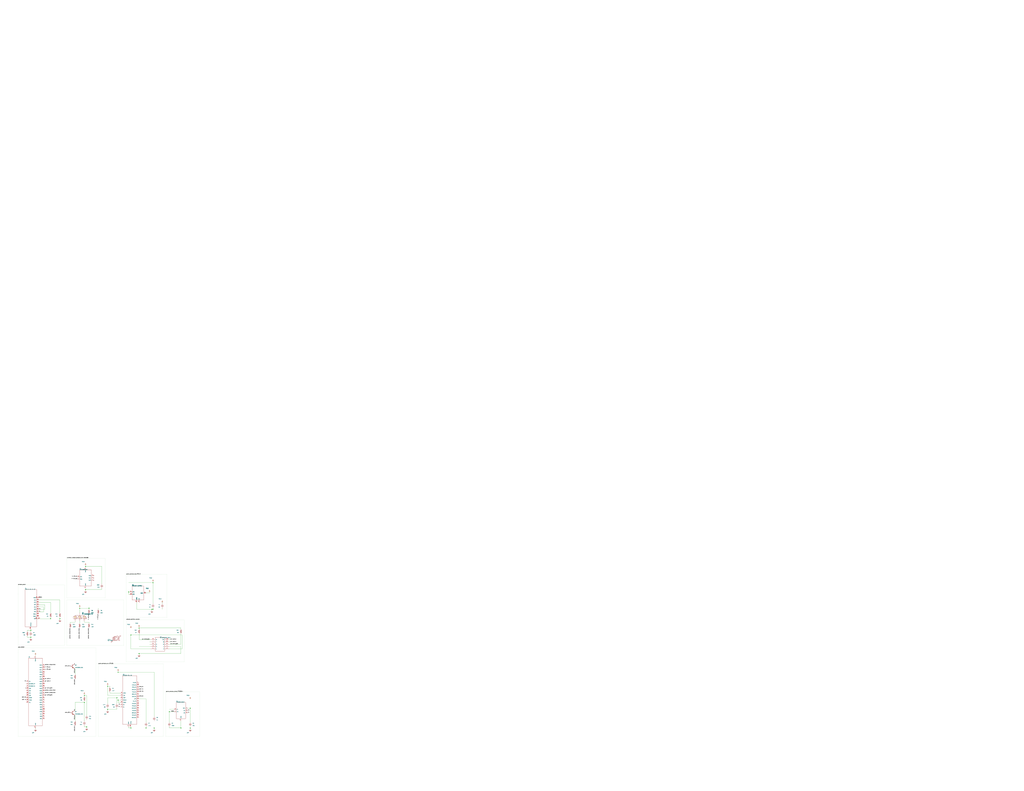
<source format=kicad_sch>
(kicad_sch (version 20230121) (generator jitx)
  (paper "E")
  (title_block (title "") (date "") (rev "") (company "") (comment 1 "") (comment 2 "") (comment 3 "") (comment 4 ""))
  (wire (pts (xy 164.465 708.66) (xy 163.195 708.66)) (stroke (width 0.127)))
  (wire (pts (xy 184.785 708.66) (xy 186.055 708.66)) (stroke (width 0.127)))
  (wire (pts (xy 164.465 706.12) (xy 163.195 706.12)) (stroke (width 0.127)))
  (wire (pts (xy 184.785 706.12) (xy 186.055 706.12)) (stroke (width 0.127)))
  (wire (pts (xy 164.465 703.58) (xy 163.195 703.58)) (stroke (width 0.127)))
  (wire (pts (xy 184.785 703.58) (xy 186.055 703.58)) (stroke (width 0.127)))
  (wire (pts (xy 164.465 701.04) (xy 163.195 701.04)) (stroke (width 0.127)))
  (wire (pts (xy 184.785 701.04) (xy 186.055 701.04)) (stroke (width 0.127)))
  (wire (pts (xy 164.465 698.5) (xy 163.195 698.5)) (stroke (width 0.127)))
  (wire (pts (xy 184.785 698.5) (xy 186.055 698.5)) (stroke (width 0.127)))
  (wire (pts (xy 86.995 669.29) (xy 86.995 668.02)) (stroke (width 0.127)))
  (wire (pts (xy 38.735 716.28) (xy 38.735 715.01)) (stroke (width 0.127)))
  (wire (pts (xy 38.735 796.29) (xy 38.735 795.02)) (stroke (width 0.127)))
  (wire (pts (xy 92.075 759.46) (xy 94.615 759.46)) (stroke (width 0.127)))
  (wire (pts (xy 92.075 760.73) (xy 92.075 758.19)) (stroke (width 0.127)))
  (wire (pts (xy 94.615 781.05) (xy 94.615 759.46)) (stroke (width 0.127)))
  (wire (pts (xy 92.075 793.75) (xy 94.615 793.75)) (stroke (width 0.127)))
  (wire (pts (xy 94.615 795.02) (xy 94.615 786.13)) (stroke (width 0.127)))
  (wire (pts (xy 92.075 793.75) (xy 92.075 792.48)) (stroke (width 0.127)))
  (wire (pts (xy 81.915 767.08) (xy 92.075 767.08)) (stroke (width 0.127)))
  (wire (pts (xy 81.915 775.97) (xy 81.915 767.08)) (stroke (width 0.127)))
  (wire (pts (xy 92.075 787.4) (xy 92.075 765.81)) (stroke (width 0.127)))
  (wire (pts (xy 81.915 787.4) (xy 81.915 781.05)) (stroke (width 0.127)))
  (wire (pts (xy 81.915 736.6) (xy 81.915 730.25)) (stroke (width 0.127)))
  (wire (pts (xy 120.015 756.92) (xy 131.445 756.92)) (stroke (width 0.127)))
  (wire (pts (xy 120.015 756.92) (xy 120.015 755.65)) (stroke (width 0.127)))
  (wire (pts (xy 117.475 749.3) (xy 120.015 749.3)) (stroke (width 0.127)))
  (wire (pts (xy 117.475 759.46) (xy 131.445 759.46)) (stroke (width 0.127)))
  (wire (pts (xy 117.475 759.46) (xy 117.475 748.03)) (stroke (width 0.127)))
  (wire (pts (xy 120.015 750.57) (xy 120.015 749.3)) (stroke (width 0.127)))
  (wire (pts (xy 128.905 734.06) (xy 168.275 734.06)) (stroke (width 0.127)))
  (wire (pts (xy 128.905 764.54) (xy 131.445 764.54)) (stroke (width 0.127)))
  (wire (pts (xy 128.905 767.08) (xy 131.445 767.08)) (stroke (width 0.127)))
  (wire (pts (xy 168.275 782.32) (xy 168.275 734.06)) (stroke (width 0.127)))
  (wire (pts (xy 128.905 767.08) (xy 128.905 732.79)) (stroke (width 0.127)))
  (wire (pts (xy 140.335 795.02) (xy 168.275 795.02)) (stroke (width 0.127)))
  (wire (pts (xy 168.275 796.29) (xy 168.275 787.4)) (stroke (width 0.127)))
  (wire (pts (xy 159.385 795.02) (xy 159.385 793.75)) (stroke (width 0.127)))
  (wire (pts (xy 142.875 795.02) (xy 142.875 793.75)) (stroke (width 0.127)))
  (wire (pts (xy 140.335 795.02) (xy 140.335 793.75)) (stroke (width 0.127)))
  (wire (pts (xy 117.475 774.7) (xy 127.635 774.7)) (stroke (width 0.127)))
  (wire (pts (xy 117.475 775.97) (xy 117.475 773.43)) (stroke (width 0.127)))
  (wire (pts (xy 127.635 774.7) (xy 127.635 773.43)) (stroke (width 0.127)))
  (wire (pts (xy 151.765 763.27) (xy 159.385 763.27)) (stroke (width 0.127)))
  (wire (pts (xy 159.385 788.67) (xy 159.385 763.27)) (stroke (width 0.127)))
  (wire (pts (xy 117.475 762.0) (xy 131.445 762.0)) (stroke (width 0.127)))
  (wire (pts (xy 117.475 768.35) (xy 117.475 762.0)) (stroke (width 0.127)))
  (wire (pts (xy 127.635 768.35) (xy 127.635 762.0)) (stroke (width 0.127)))
  (wire (pts (xy 42.545 662.94) (xy 47.625 662.94)) (stroke (width 0.127)))
  (wire (pts (xy 42.545 668.02) (xy 47.625 668.02)) (stroke (width 0.127)))
  (wire (pts (xy 47.625 668.02) (xy 47.625 662.94)) (stroke (width 0.127)))
  (wire (pts (xy 42.545 660.4) (xy 48.895 660.4)) (stroke (width 0.127)))
  (wire (pts (xy 42.545 665.48) (xy 48.895 665.48)) (stroke (width 0.127)))
  (wire (pts (xy 48.895 665.48) (xy 48.895 660.4)) (stroke (width 0.127)))
  (wire (pts (xy 29.845 688.34) (xy 33.655 688.34)) (stroke (width 0.127)))
  (wire (pts (xy 33.655 689.61) (xy 33.655 687.07)) (stroke (width 0.127)))
  (wire (pts (xy 29.845 689.61) (xy 29.845 688.34)) (stroke (width 0.127)))
  (wire (pts (xy 42.545 655.32) (xy 65.405 655.32)) (stroke (width 0.127)))
  (wire (pts (xy 65.405 669.29) (xy 65.405 655.32)) (stroke (width 0.127)))
  (wire (pts (xy 42.545 675.64) (xy 65.405 675.64)) (stroke (width 0.127)))
  (wire (pts (xy 65.405 676.91) (xy 65.405 674.37)) (stroke (width 0.127)))
  (wire (pts (xy 55.245 675.64) (xy 55.245 674.37)) (stroke (width 0.127)))
  (wire (pts (xy 29.845 695.96) (xy 33.655 695.96)) (stroke (width 0.127)))
  (wire (pts (xy 33.655 697.23) (xy 33.655 694.69)) (stroke (width 0.127)))
  (wire (pts (xy 29.845 695.96) (xy 29.845 694.69)) (stroke (width 0.127)))
  (wire (pts (xy 42.545 657.86) (xy 55.245 657.86)) (stroke (width 0.127)))
  (wire (pts (xy 55.245 669.29) (xy 55.245 657.86)) (stroke (width 0.127)))
  (wire (pts (xy 86.995 664.21) (xy 107.315 664.21)) (stroke (width 0.127)))
  (wire (pts (xy 86.995 668.02) (xy 86.995 662.94)) (stroke (width 0.127)))
  (wire (pts (xy 107.315 665.48) (xy 107.315 664.21)) (stroke (width 0.127)))
  (wire (pts (xy 97.155 665.48) (xy 97.155 664.21)) (stroke (width 0.127)))
  (wire (pts (xy 86.995 680.72) (xy 86.995 678.18)) (stroke (width 0.127)))
  (wire (pts (xy 92.075 679.45) (xy 97.155 679.45)) (stroke (width 0.127)))
  (wire (pts (xy 97.155 680.72) (xy 97.155 679.45)) (stroke (width 0.127)))
  (wire (pts (xy 92.075 679.45) (xy 92.075 678.18)) (stroke (width 0.127)))
  (wire (pts (xy 76.835 679.45) (xy 81.915 679.45)) (stroke (width 0.127)))
  (wire (pts (xy 81.915 679.45) (xy 81.915 678.18)) (stroke (width 0.127)))
  (wire (pts (xy 76.835 680.72) (xy 76.835 679.45)) (stroke (width 0.127)))
  (wire (pts (xy 151.765 698.5) (xy 163.195 698.5)) (stroke (width 0.127)))
  (wire (pts (xy 151.765 698.5) (xy 151.765 692.15)) (stroke (width 0.127)))
  (wire (pts (xy 186.055 703.58) (xy 197.485 703.58)) (stroke (width 0.127)))
  (wire (pts (xy 197.485 703.58) (xy 197.485 692.15)) (stroke (width 0.127)))
  (wire (pts (xy 151.765 685.8) (xy 197.485 685.8)) (stroke (width 0.127)))
  (wire (pts (xy 197.485 687.07) (xy 197.485 685.8)) (stroke (width 0.127)))
  (wire (pts (xy 151.765 687.07) (xy 151.765 684.53)) (stroke (width 0.127)))
  (wire (pts (xy 186.055 708.66) (xy 198.755 708.66)) (stroke (width 0.127)))
  (wire (pts (xy 142.875 708.66) (xy 163.195 708.66)) (stroke (width 0.127)))
  (wire (pts (xy 142.875 693.42) (xy 198.755 693.42)) (stroke (width 0.127)))
  (wire (pts (xy 198.755 708.66) (xy 198.755 693.42)) (stroke (width 0.127)))
  (wire (pts (xy 142.875 708.66) (xy 142.875 685.8)) (stroke (width 0.127)))
  (wire (pts (xy 186.055 706.12) (xy 197.485 706.12)) (stroke (width 0.127)))
  (wire (pts (xy 151.765 706.12) (xy 163.195 706.12)) (stroke (width 0.127)))
  (wire (pts (xy 151.765 713.74) (xy 197.485 713.74)) (stroke (width 0.127)))
  (wire (pts (xy 151.765 715.01) (xy 151.765 706.12)) (stroke (width 0.127)))
  (wire (pts (xy 197.485 713.74) (xy 197.485 706.12)) (stroke (width 0.127)))
  (wire (pts (xy 177.165 659.13) (xy 177.165 657.86)) (stroke (width 0.127)))
  (wire (pts (xy 159.385 647.7) (xy 163.195 647.7)) (stroke (width 0.127)))
  (wire (pts (xy 163.195 647.7) (xy 163.195 646.43)) (stroke (width 0.127)))
  (wire (pts (xy 140.335 636.27) (xy 167.005 636.27)) (stroke (width 0.127)))
  (wire (pts (xy 140.335 646.43) (xy 141.605 646.43)) (stroke (width 0.127)))
  (wire (pts (xy 140.335 648.97) (xy 141.605 648.97)) (stroke (width 0.127)))
  (wire (pts (xy 167.005 659.13) (xy 167.005 635.0)) (stroke (width 0.127)))
  (wire (pts (xy 140.335 648.97) (xy 140.335 636.27)) (stroke (width 0.127)))
  (wire (pts (xy 149.225 665.48) (xy 177.165 665.48)) (stroke (width 0.127)))
  (wire (pts (xy 149.225 665.48) (xy 149.225 657.86)) (stroke (width 0.127)))
  (wire (pts (xy 165.735 666.75) (xy 165.735 665.48)) (stroke (width 0.127)))
  (wire (pts (xy 177.165 665.48) (xy 177.165 664.21)) (stroke (width 0.127)))
  (wire (pts (xy 167.005 665.48) (xy 167.005 664.21)) (stroke (width 0.127)))
  (wire (pts (xy 93.345 618.49) (xy 111.125 618.49)) (stroke (width 0.127)))
  (wire (pts (xy 111.125 637.54) (xy 111.125 618.49)) (stroke (width 0.127)))
  (wire (pts (xy 93.345 619.76) (xy 93.345 617.22)) (stroke (width 0.127)))
  (wire (pts (xy 93.345 643.89) (xy 111.125 643.89)) (stroke (width 0.127)))
  (wire (pts (xy 93.345 645.16) (xy 93.345 642.62)) (stroke (width 0.127)))
  (wire (pts (xy 111.125 643.89) (xy 111.125 642.62)) (stroke (width 0.127)))
  (wire (pts (xy 184.785 774.7) (xy 189.865 774.7)) (stroke (width 0.127)))
  (wire (pts (xy 184.785 777.24) (xy 189.865 777.24)) (stroke (width 0.127)))
  (wire (pts (xy 184.785 788.67) (xy 184.785 774.7)) (stroke (width 0.127)))
  (wire (pts (xy 205.105 773.43) (xy 207.645 773.43)) (stroke (width 0.127)))
  (wire (pts (xy 207.645 788.67) (xy 207.645 763.27)) (stroke (width 0.127)))
  (wire (pts (xy 184.785 795.02) (xy 207.645 795.02)) (stroke (width 0.127)))
  (wire (pts (xy 197.485 795.02) (xy 197.485 787.4)) (stroke (width 0.127)))
  (wire (pts (xy 207.645 796.29) (xy 207.645 793.75)) (stroke (width 0.127)))
  (wire (pts (xy 184.785 795.02) (xy 184.785 793.75)) (stroke (width 0.127)))
  (wire (pts (xy 19.685 707.39) (xy 104.775 707.39)) (stroke (width 0.127) (type dot)))
  (wire (pts (xy 19.685 803.91) (xy 104.775 803.91)) (stroke (width 0.127) (type dot)))
  (wire (pts (xy 19.685 803.91) (xy 19.685 707.39)) (stroke (width 0.127) (type dot)))
  (wire (pts (xy 104.775 803.91) (xy 104.775 707.39)) (stroke (width 0.127) (type dot)))
  (wire (pts (xy 107.315 725.17) (xy 178.435 725.17)) (stroke (width 0.127) (type dot)))
  (wire (pts (xy 107.315 803.91) (xy 178.435 803.91)) (stroke (width 0.127) (type dot)))
  (wire (pts (xy 107.315 803.91) (xy 107.315 725.17)) (stroke (width 0.127) (type dot)))
  (wire (pts (xy 178.435 803.91) (xy 178.435 725.17)) (stroke (width 0.127) (type dot)))
  (wire (pts (xy 19.685 638.81) (xy 70.485 638.81)) (stroke (width 0.127) (type dot)))
  (wire (pts (xy 19.685 704.85) (xy 70.485 704.85)) (stroke (width 0.127) (type dot)))
  (wire (pts (xy 19.685 704.85) (xy 19.685 638.81)) (stroke (width 0.127) (type dot)))
  (wire (pts (xy 70.485 704.85) (xy 70.485 638.81)) (stroke (width 0.127) (type dot)))
  (wire (pts (xy 73.025 655.32) (xy 135.255 655.32)) (stroke (width 0.127) (type dot)))
  (wire (pts (xy 73.025 704.85) (xy 135.255 704.85)) (stroke (width 0.127) (type dot)))
  (wire (pts (xy 73.025 704.85) (xy 73.025 655.32)) (stroke (width 0.127) (type dot)))
  (wire (pts (xy 135.255 704.85) (xy 135.255 655.32)) (stroke (width 0.127) (type dot)))
  (wire (pts (xy 137.795 676.91) (xy 201.295 676.91)) (stroke (width 0.127) (type dot)))
  (wire (pts (xy 137.795 722.63) (xy 201.295 722.63)) (stroke (width 0.127) (type dot)))
  (wire (pts (xy 137.795 722.63) (xy 137.795 676.91)) (stroke (width 0.127) (type dot)))
  (wire (pts (xy 201.295 722.63) (xy 201.295 676.91)) (stroke (width 0.127) (type dot)))
  (wire (pts (xy 137.795 627.38) (xy 182.245 627.38)) (stroke (width 0.127) (type dot)))
  (wire (pts (xy 137.795 674.37) (xy 182.245 674.37)) (stroke (width 0.127) (type dot)))
  (wire (pts (xy 137.795 674.37) (xy 137.795 627.38)) (stroke (width 0.127) (type dot)))
  (wire (pts (xy 182.245 674.37) (xy 182.245 627.38)) (stroke (width 0.127) (type dot)))
  (wire (pts (xy 73.025 609.6) (xy 114.935 609.6)) (stroke (width 0.127) (type dot)))
  (wire (pts (xy 73.025 652.78) (xy 114.935 652.78)) (stroke (width 0.127) (type dot)))
  (wire (pts (xy 73.025 652.78) (xy 73.025 609.6)) (stroke (width 0.127) (type dot)))
  (wire (pts (xy 114.935 652.78) (xy 114.935 609.6)) (stroke (width 0.127) (type dot)))
  (wire (pts (xy 180.975 755.65) (xy 217.805 755.65)) (stroke (width 0.127) (type dot)))
  (wire (pts (xy 180.975 803.91) (xy 217.805 803.91)) (stroke (width 0.127) (type dot)))
  (wire (pts (xy 180.975 803.91) (xy 180.975 755.65)) (stroke (width 0.127) (type dot)))
  (wire (pts (xy 217.805 803.91) (xy 217.805 755.65)) (stroke (width 0.127) (type dot)))
  (junction (at 92.075 759.46) (diameter 0.762))
  (junction (at 94.615 793.75) (diameter 0.762))
  (junction (at 92.075 767.08) (diameter 0.762))
  (junction (at 117.475 749.3) (diameter 0.762))
  (junction (at 128.905 734.06) (diameter 0.762))
  (junction (at 128.905 764.54) (diameter 0.762))
  (junction (at 168.275 795.02) (diameter 0.762))
  (junction (at 159.385 795.02) (diameter 0.762))
  (junction (at 142.875 795.02) (diameter 0.762))
  (junction (at 117.475 774.7) (diameter 0.762))
  (junction (at 127.635 762.0) (diameter 0.762))
  (junction (at 33.655 688.34) (diameter 0.762))
  (junction (at 65.405 675.64) (diameter 0.762))
  (junction (at 55.245 675.64) (diameter 0.762))
  (junction (at 33.655 695.96) (diameter 0.762))
  (junction (at 86.995 664.21) (diameter 0.762))
  (junction (at 97.155 664.21) (diameter 0.762))
  (junction (at 151.765 685.8) (diameter 0.762))
  (junction (at 142.875 693.42) (diameter 0.762))
  (junction (at 151.765 713.74) (diameter 0.762))
  (junction (at 167.005 636.27) (diameter 0.762))
  (junction (at 140.335 646.43) (diameter 0.762))
  (junction (at 165.735 665.48) (diameter 0.762))
  (junction (at 167.005 665.48) (diameter 0.762))
  (junction (at 93.345 618.49) (diameter 0.762))
  (junction (at 93.345 643.89) (diameter 0.762))
  (junction (at 184.785 777.24) (diameter 0.762))
  (junction (at 207.645 773.43) (diameter 0.762))
  (junction (at 197.485 795.02) (diameter 0.762))
  (junction (at 207.645 795.02) (diameter 0.762))
  (label "control-pins1_timer" (at 48.895 754.38 0) (effects (font (size 0.762 0.762))))
  (label "H-I2C_sda" (at 48.895 731.52 0) (effects (font (size 0.762 0.762))))
  (label "control-pins2_timer" (at 48.895 726.44 0) (effects (font (size 0.762 0.762))))
  (label "H-I2C_scl" (at 48.895 728.98 0) (effects (font (size 0.762 0.762))))
  (label "ESP-TX" (at 28.575 764.54 180) (effects (font (size 0.762 0.762))))
  (label "pc-ctrl0_gpio" (at 48.895 759.46 0) (effects (font (size 0.762 0.762))))
  (label "ESP-RX" (at 28.575 762.0 180) (effects (font (size 0.762 0.762))))
  (label "pc-ctrl1_gpio" (at 48.895 751.84 0) (effects (font (size 0.762 0.762))))
  (label "c" (at 28.575 751.84 180) (effects (font (size 0.762 0.762))))
  (label "EN" (at 28.575 744.22 180) (effects (font (size 0.762 0.762))))
  (label "control-pins0_timer" (at 48.895 756.92 0) (effects (font (size 0.762 0.762))))
  (label "pc-uart_tx" (at 48.895 741.68 0) (effects (font (size 0.762 0.762))))
  (label "pc-uart_rx" (at 48.895 744.22 0) (effects (font (size 0.762 0.762))))
  (label "EN" (at 81.915 775.97 90) (effects (font (size 0.762 0.762))))
  (label "proc_q1_b" (at 81.915 792.48 270) (effects (font (size 0.762 0.762))))
  (label "RTS_ECI" (at 81.915 781.05 270) (effects (font (size 0.762 0.762))))
  (label "proc_q0_b" (at 76.835 778.51 180) (effects (font (size 0.762 0.762))))
  (label "c" (at 81.915 725.17 90) (effects (font (size 0.762 0.762))))
  (label "proc_q0_b" (at 81.915 741.68 270) (effects (font (size 0.762 0.762))))
  (label "DTR_ECI" (at 81.915 730.25 270) (effects (font (size 0.762 0.762))))
  (label "proc_q1_b" (at 76.835 727.71 180) (effects (font (size 0.762 0.762))))
  (label "ESP-RX" (at 151.765 755.65 0) (effects (font (size 0.762 0.762))))
  (label "D+" (at 131.445 769.62 180) (effects (font (size 0.762 0.762))))
  (label "D-" (at 131.445 772.16 180) (effects (font (size 0.762 0.762))))
  (label "RTS_ECI" (at 151.765 750.57 0) (effects (font (size 0.762 0.762))))
  (label "DTR_ECI" (at 151.765 760.73 0) (effects (font (size 0.762 0.762))))
  (label "ESP-TX" (at 151.765 753.11 0) (effects (font (size 0.762 0.762))))
  (label "D-" (at 42.545 668.02 0) (effects (font (size 0.762 0.762))))
  (label "VBUS" (at 42.545 652.78 0) (effects (font (size 0.762 0.762))))
  (label "D+" (at 42.545 665.48 0) (effects (font (size 0.762 0.762))))
  (label "control-pins2_timer" (at 97.155 685.8 270) (effects (font (size 0.762 0.762))))
  (label "control-pins1_timer" (at 86.995 685.8 270) (effects (font (size 0.762 0.762))))
  (label "control-pins0_timer" (at 76.835 685.8 270) (effects (font (size 0.762 0.762))))
  (label "H-I2C_sda" (at 97.155 670.56 270) (effects (font (size 0.762 0.762))))
  (label "H-I2C_scl" (at 107.315 670.56 270) (effects (font (size 0.762 0.762))))
  (label "pc-ctrl0_gpio" (at 163.195 698.5 180) (effects (font (size 0.762 0.762))))
  (label "pc-uart_tx" (at 186.055 698.5 0) (effects (font (size 0.762 0.762))))
  (label "pc-uart_rx" (at 186.055 701.04 0) (effects (font (size 0.762 0.762))))
  (label "pc-ctrl1_gpio" (at 186.055 703.58 0) (effects (font (size 0.762 0.762))))
  (label "H-I2C_sda" (at 84.455 632.46 180) (effects (font (size 0.762 0.762))))
  (label "H-I2C_scl" (at 84.455 629.92 180) (effects (font (size 0.762 0.762))))
  (label "D-" (at 205.105 778.51 0) (effects (font (size 0.762 0.762))))
  (label "VBUS" (at 189.865 777.24 180) (effects (font (size 0.762 0.762))))
  (label "D+" (at 205.105 775.97 0) (effects (font (size 0.762 0.762))))
  (label "proc_ESP32" (at 19.685 707.39 0) (effects (font (size 0.762 0.762))))
  (label "power_sensors_xcvr_CP2105" (at 107.315 725.17 0) (effects (font (size 0.762 0.762))))
  (label "sensors_power" (at 19.685 638.81 0) (effects (font (size 0.762 0.762))))
  (label "sensors_particle-counter" (at 137.795 676.91 0) (effects (font (size 0.762 0.762))))
  (label "power_sensors_ldo_AP2112" (at 137.795 627.38 0) (effects (font (size 0.762 0.762))))
  (label "humidity-sensor_sensors_hum_HDC1080" (at 73.025 609.6 0) (effects (font (size 0.762 0.762))))
  (label "power_sensors_clamp_TPD3S0x4" (at 180.975 755.65 0) (effects (font (size 0.762 0.762))))
  (symbol (lib_id "my_resistor_2") (at 92.075 763.27 180.0) (unit 1)
    (property "Reference" "R9" (at 89.535 764.54 0.0) (effects (font (size 0.762 0.762)) (justify left)))
    (property "Value" "10K" (at 89.535 762.0 0.0) (effects (font (size 0.762 0.762)) (justify left)))
    (property "Footprint" "ble-mote:Pkg0402_4" (effects hide))
    (property "Name" "proc_en-r" (effects hide))
    (property "Description" "RES SMD 10K OHM 5% 1/16W 0402" (effects hide))
    (property "Manufacturer" "YAGEO" (effects hide))
    (property "MPN" "RC0402JR-0710KL" (effects hide))
    (property "Reference-prefix" "R" (effects hide))
  )
  (symbol (lib_id "component_3") (at 93.345 631.19 0.0) (unit 1)
    (property "Reference" "U4" (at 86.995 620.938 0.0) (effects (font (size 0.762 0.762)) (justify left)))
    (property "Value" "HDC1080DMBR" (at 86.995 622.0 0.0) (effects (font (size 0.762 0.762)) (justify left)))
    (property "Footprint" "ble-mote:SON100P300X300X80_7N" (effects hide))
    (property "Name" "sensors_hum_sensor" (effects hide))
    (property "Description" "I2C humidity sensor" (effects hide))
    (property "Manufacturer" "Texas Instruments" (effects hide))
    (property "MPN" "HDC1080DMBR" (effects hide))
  )
  (symbol (lib_id "my_capacitor_1") (at 168.275 784.86 0.0) (unit 1)
    (property "Reference" "C6" (at 170.815 783.59 0.0) (effects (font (size 0.762 0.762)) (justify left)))
    (property "Value" "1u" (at 170.815 786.13 0.0) (effects (font (size 0.762 0.762)) (justify left)))
    (property "Footprint" "ble-mote:Pkg0402_3" (effects hide))
    (property "Name" "sensors_xcvr_cap" (effects hide))
    (property "Manufacturer" "Taiyo Yuden" (effects hide))
    (property "MPN" "GMK105ABJ105KV-F" (effects hide))
    (property "Reference-prefix" "C" (effects hide))
  )
  (symbol (lib_id "USB_C") (at 33.655 664.21 0.0) (unit 1)
    (property "Reference" "J1" (at 27.305 642.528 0.0) (effects (font (size 0.762 0.762)) (justify left)))
    (property "Value" "TYPE-C-31-M-12" (at 27.305 643.59 0.0) (effects (font (size 0.762 0.762)) (justify left)))
    (property "Footprint" "ble-mote:LP_TYPE_C_31_M_12" (effects hide))
    (property "Name" "sensors_usb_con_conn" (effects hide))
    (property "Description" "250mA 1 16 Female Type-C SMD  USB Connectors ROHS" (effects hide))
    (property "Manufacturer" "Korean Hroparts Elec" (effects hide))
    (property "MPN" "TYPE-C-31-M-12" (effects hide))
    (property "Reference-prefix" "J" (effects hide))
  )
  (symbol (lib_id "my_resistor_1") (at 86.995 683.26 0.0) (unit 1)
    (property "Reference" "R13" (at 89.535 681.99 0.0) (effects (font (size 0.762 0.762)) (justify left)))
    (property "Value" "150R" (at 89.535 684.53 0.0) (effects (font (size 0.762 0.762)) (justify left)))
    (property "Footprint" "ble-mote:Pkg0402_4" (effects hide))
    (property "Name" "rgb_rid" (effects hide))
    (property "Description" "RES SMD 150 OHM 5% 1/16W 0402" (effects hide))
    (property "Manufacturer" "YAGEO" (effects hide))
    (property "MPN" "RC0402JR-07150RL" (effects hide))
    (property "Reference-prefix" "R" (effects hide))
  )
  (symbol (lib_id "my_capacitor_2") (at 117.475 770.89 180.0) (unit 1)
    (property "Reference" "C8" (at 114.935 772.16 0.0) (effects (font (size 0.762 0.762)) (justify left)))
    (property "Value" "4.7u" (at 114.935 769.62 0.0) (effects (font (size 0.762 0.762)) (justify left)))
    (property "Footprint" "ble-mote:Pkg0402_1" (effects hide))
    (property "Name" "sensors_xcvr_cap" (effects hide))
    (property "Manufacturer" "AVX Corporation" (effects hide))
    (property "MPN" "0402YD475MAT2A" (effects hide))
    (property "Reference-prefix" "C" (effects hide))
  )
  (symbol (lib_id "AP2112") (at 150.495 647.7 0.0) (unit 1)
    (property "Reference" "U2" (at 144.145 638.718 0.0) (effects (font (size 0.762 0.762)) (justify left)))
    (property "Value" "AP2112K-3.3TRG1" (at 144.145 639.78 0.0) (effects (font (size 0.762 0.762)) (justify left)))
    (property "Footprint" "ble-mote:SOT95P280X145_5N" (effects hide))
    (property "Name" "sensors_ldo_ps" (effects hide))
    (property "Description" "600-mA, Low-Dropout Regulator" (effects hide))
    (property "Manufacturer" "Diodes Incorporated" (effects hide))
    (property "MPN" "AP2112K-3.3TRG1" (effects hide))
  )
  (symbol (lib_id "component_2") (at 79.375 727.71 0.0) (unit 1)
    (property "Reference" "Q2" (at 81.915 726.44 0.0) (effects (font (size 0.762 0.762)) (justify left)))
    (property "Value" "PMBT3904,235" (at 81.915 728.98 0.0) (effects (font (size 0.762 0.762)) (justify left)))
    (property "Footprint" "ble-mote:SOT95P280X100_3N" (effects hide))
    (property "Name" "proc_q1" (effects hide))
    (property "Description" "TRANS NPN 40V 0.2A SOT23" (effects hide))
    (property "Manufacturer" "Nexperia" (effects hide))
    (property "MPN" "PMBT3904,235" (effects hide))
    (property "Reference-prefix" "Q" (effects hide))
  )
  (symbol (lib_id "my_capacitor_3") (at 92.075 789.94 180.0) (unit 1)
    (property "Reference" "C12" (at 89.535 791.21 0.0) (effects (font (size 0.762 0.762)) (justify left)))
    (property "Value" "1u" (at 89.535 788.67 0.0) (effects (font (size 0.762 0.762)) (justify left)))
    (property "Footprint" "ble-mote:Pkg0402_3" (effects hide))
    (property "Name" "proc_en-c" (effects hide))
    (property "Manufacturer" "Taiyo Yuden" (effects hide))
    (property "MPN" "GMK105ABJ105KV-F" (effects hide))
    (property "Reference-prefix" "C" (effects hide))
  )
  (symbol (lib_id "my_capacitor_5") (at 111.125 640.08 180.0) (unit 1)
    (property "Reference" "C10" (at 108.585 641.35 0.0) (effects (font (size 0.762 0.762)) (justify left)))
    (property "Value" "100n" (at 108.585 638.81 0.0) (effects (font (size 0.762 0.762)) (justify left)))
    (property "Footprint" "ble-mote:Pkg0402_2" (effects hide))
    (property "Name" "sensors_hum_cap" (effects hide))
    (property "Manufacturer" "TDK Corporation" (effects hide))
    (property "MPN" "C1005X7R1E104K050BB" (effects hide))
    (property "Reference-prefix" "C" (effects hide))
  )
  (symbol (lib_id "my_capacitor_9") (at 33.655 692.15 0.0) (unit 1)
    (property "Reference" "C1" (at 36.195 690.88 0.0) (effects (font (size 0.762 0.762)) (justify left)))
    (property "Value" "100n" (at 36.195 693.42 0.0) (effects (font (size 0.762 0.762)) (justify left)))
    (property "Footprint" "ble-mote:Pkg0402_2" (effects hide))
    (property "Name" "sensors_usb_cap" (effects hide))
    (property "Manufacturer" "TDK Corporation" (effects hide))
    (property "MPN" "C1005X7R1E104K050BB" (effects hide))
    (property "Reference-prefix" "C" (effects hide))
  )
  (symbol (lib_id "my_resistor_6") (at 81.915 739.14 180.0) (unit 1)
    (property "Reference" "R10" (at 79.375 740.41 0.0) (effects (font (size 0.762 0.762)) (justify left)))
    (property "Value" "10K" (at 79.375 737.87 0.0) (effects (font (size 0.762 0.762)) (justify left)))
    (property "Footprint" "ble-mote:Pkg0402_4" (effects hide))
    (property "Name" "proc_rid" (effects hide))
    (property "Description" "RES SMD 10K OHM 5% 1/16W 0402" (effects hide))
    (property "Manufacturer" "YAGEO" (effects hide))
    (property "MPN" "RC0402JR-0710KL" (effects hide))
    (property "Reference-prefix" "R" (effects hide))
  )
  (symbol (lib_id "my_capacitor_6") (at 159.385 791.21 0.0) (unit 1)
    (property "Reference" "C7" (at 161.925 789.94 0.0) (effects (font (size 0.762 0.762)) (justify left)))
    (property "Value" "4.7u" (at 161.925 792.48 0.0) (effects (font (size 0.762 0.762)) (justify left)))
    (property "Footprint" "ble-mote:Pkg0402_1" (effects hide))
    (property "Name" "sensors_xcvr_cap" (effects hide))
    (property "Manufacturer" "AVX Corporation" (effects hide))
    (property "MPN" "0402YD475MAT2A" (effects hide))
    (property "Reference-prefix" "C" (effects hide))
  )
  (symbol (lib_id "my_capacitor_11") (at 94.615 783.59 0.0) (unit 1)
    (property "Reference" "C11" (at 97.155 782.32 0.0) (effects (font (size 0.762 0.762)) (justify left)))
    (property "Value" "10u" (at 97.155 784.86 0.0) (effects (font (size 0.762 0.762)) (justify left)))
    (property "Footprint" "ble-mote:Pkg0603" (effects hide))
    (property "Name" "proc_cap" (effects hide))
    (property "Manufacturer" "TDK Corporation" (effects hide))
    (property "MPN" "C1608X5R1C106M080AB" (effects hide))
    (property "Reference-prefix" "C" (effects hide))
  )
  (symbol (lib_id "my_capacitor") (at 207.645 791.21 0.0) (unit 1)
    (property "Reference" "C3" (at 210.185 789.94 0.0) (effects (font (size 0.762 0.762)) (justify left)))
    (property "Value" "10u" (at 210.185 792.48 0.0) (effects (font (size 0.762 0.762)) (justify left)))
    (property "Footprint" "ble-mote:Pkg0603" (effects hide))
    (property "Name" "sensors_clamp_cap" (effects hide))
    (property "Manufacturer" "TDK Corporation" (effects hide))
    (property "MPN" "C1608X5R1C106M080AB" (effects hide))
    (property "Reference-prefix" "C" (effects hide))
  )
  (symbol (lib_id "my_resistor_11") (at 76.835 683.26 0.0) (unit 1)
    (property "Reference" "R12" (at 79.375 681.99 0.0) (effects (font (size 0.762 0.762)) (justify left)))
    (property "Value" "150R" (at 79.375 684.53 0.0) (effects (font (size 0.762 0.762)) (justify left)))
    (property "Footprint" "ble-mote:Pkg0402_4" (effects hide))
    (property "Name" "rgb_rid" (effects hide))
    (property "Description" "RES SMD 150 OHM 5% 1/16W 0402" (effects hide))
    (property "Manufacturer" "YAGEO" (effects hide))
    (property "MPN" "RC0402JR-07150RL" (effects hide))
    (property "Reference-prefix" "R" (effects hide))
  )
  (symbol (lib_id "my_resistor_7") (at 120.015 753.11 0.0) (unit 1)
    (property "Reference" "R4" (at 122.555 751.84 0.0) (effects (font (size 0.762 0.762)) (justify left)))
    (property "Value" "4K7" (at 122.555 754.38 0.0) (effects (font (size 0.762 0.762)) (justify left)))
    (property "Footprint" "ble-mote:Pkg0402_4" (effects hide))
    (property "Name" "sensors_xcvr_rid" (effects hide))
    (property "Description" "RES SMD 4.7K OHM 5% 1/16W 0402" (effects hide))
    (property "Manufacturer" "YAGEO" (effects hide))
    (property "MPN" "RC0402JR-074K7L" (effects hide))
    (property "Reference-prefix" "R" (effects hide))
  )
  (symbol (lib_id "my_capacitor_10") (at 177.165 661.67 180.0) (unit 1)
    (property "Reference" "C5" (at 174.625 662.94 0.0) (effects (font (size 0.762 0.762)) (justify left)))
    (property "Value" "1u" (at 174.625 660.4 0.0) (effects (font (size 0.762 0.762)) (justify left)))
    (property "Footprint" "ble-mote:Pkg0402_3" (effects hide))
    (property "Name" "sensors_ldo_cap" (effects hide))
    (property "Manufacturer" "Taiyo Yuden" (effects hide))
    (property "MPN" "GMK105ABJ105KV-F" (effects hide))
    (property "Reference-prefix" "C" (effects hide))
  )
  (symbol (lib_id "my_resistor_8") (at 29.845 692.15 180.0) (unit 1)
    (property "Reference" "R3" (at 27.305 693.42 0.0) (effects (font (size 0.762 0.762)) (justify left)))
    (property "Value" "100K" (at 27.305 690.88 0.0) (effects (font (size 0.762 0.762)) (justify left)))
    (property "Footprint" "ble-mote:Pkg0402_4" (effects hide))
    (property "Name" "sensors_usb_rid" (effects hide))
    (property "Description" "RES SMD 100K OHM 5% 1/16W 0402" (effects hide))
    (property "Manufacturer" "YAGEO" (effects hide))
    (property "MPN" "RC0402JR-07100KL" (effects hide))
    (property "Reference-prefix" "R" (effects hide))
  )
  (symbol (lib_id "my_resistor") (at 197.485 689.61 180.0) (unit 1)
    (property "Reference" "R8" (at 194.945 690.88 0.0) (effects (font (size 0.762 0.762)) (justify left)))
    (property "Value" "10K" (at 194.945 688.34 0.0) (effects (font (size 0.762 0.762)) (justify left)))
    (property "Footprint" "ble-mote:Pkg0402_4" (effects hide))
    (property "Name" "sensors_particle-counter_rid" (effects hide))
    (property "Description" "RES SMD 10K OHM 5% 1/16W 0402" (effects hide))
    (property "Manufacturer" "YAGEO" (effects hide))
    (property "MPN" "RC0402JR-0710KL" (effects hide))
    (property "Reference-prefix" "R" (effects hide))
  )
  (symbol (lib_id "my_capacitor_8") (at 184.785 791.21 0.0) (unit 1)
    (property "Reference" "C2" (at 187.325 789.94 0.0) (effects (font (size 0.762 0.762)) (justify left)))
    (property "Value" "100n" (at 187.325 792.48 0.0) (effects (font (size 0.762 0.762)) (justify left)))
    (property "Footprint" "ble-mote:Pkg0402_2" (effects hide))
    (property "Name" "sensors_clamp_cap" (effects hide))
    (property "Manufacturer" "TDK Corporation" (effects hide))
    (property "MPN" "C1005X7R1E104K050BB" (effects hide))
    (property "Reference-prefix" "C" (effects hide))
  )
  (symbol (lib_id "my_resistor_4") (at 55.245 671.83 180.0) (unit 1)
    (property "Reference" "R2" (at 52.705 673.1 0.0) (effects (font (size 0.762 0.762)) (justify left)))
    (property "Value" "5K1" (at 52.705 670.56 0.0) (effects (font (size 0.762 0.762)) (justify left)))
    (property "Footprint" "ble-mote:Pkg0402_4" (effects hide))
    (property "Name" "sensors_usb_con_rid" (effects hide))
    (property "Description" "RES SMD 5.1K OHM 1% 1/16W 0402" (effects hide))
    (property "Manufacturer" "YAGEO" (effects hide))
    (property "MPN" "RC0402FR-075K1L" (effects hide))
    (property "Reference-prefix" "R" (effects hide))
  )
  (symbol (lib_id "component_4") (at 86.995 674.37 0.0) (unit 1)
    (property "Reference" "U6" (at 89.535 669.29 0.0) (effects (font (size 0.762 0.762)) (justify left)))
    (property "Value" "FM-B2020RGBA-HG" (at 89.535 670.56 0.0) (effects (font (size 0.762 0.762)) (justify left)))
    (property "Footprint" "ble-mote:RGB_2020" (effects hide))
    (property "Name" "rgb_led" (effects hide))
    (property "Description" "2020 RGB LED" (effects hide))
    (property "Manufacturer" "Foshan NationStar Optoelectronics" (effects hide))
    (property "MPN" "FM-B2020RGBA-HG" (effects hide))
  )
  (symbol (lib_id "component") (at 197.485 775.97 0.0) (unit 1)
    (property "Reference" "U1" (at 192.405 765.718 0.0) (effects (font (size 0.762 0.762)) (justify left)))
    (property "Value" "TPD3S014DBVR" (at 192.405 766.78 0.0) (effects (font (size 0.762 0.762)) (justify left)))
    (property "Footprint" "ble-mote:SOT95P280X145_6N" (effects hide))
    (property "Name" "sensors_clamp_tpd" (effects hide))
    (property "Description" "USB power and data protection" (effects hide))
    (property "Manufacturer" "Texas Instruments" (effects hide))
    (property "MPN" "TPD3S014DBVR" (effects hide))
  )
  (symbol (lib_id "my_resistor_3") (at 97.155 683.26 0.0) (unit 1)
    (property "Reference" "R14" (at 99.695 681.99 0.0) (effects (font (size 0.762 0.762)) (justify left)))
    (property "Value" "43R" (at 99.695 684.53 0.0) (effects (font (size 0.762 0.762)) (justify left)))
    (property "Footprint" "ble-mote:Pkg0402_4" (effects hide))
    (property "Name" "rgb_rid" (effects hide))
    (property "Description" "RES 43 OHM 1% 1/16W 0402" (effects hide))
    (property "Manufacturer" "Stackpole Electronics Inc" (effects hide))
    (property "MPN" "RMCF0402FT43R0" (effects hide))
    (property "Reference-prefix" "R" (effects hide))
  )
  (symbol (lib_id "my_resistor_5") (at 97.155 668.02 0.0) (unit 1)
    (property "Reference" "R5" (at 99.695 666.75 0.0) (effects (font (size 0.762 0.762)) (justify left)))
    (property "Value" "8K2" (at 99.695 669.29 0.0) (effects (font (size 0.762 0.762)) (justify left)))
    (property "Footprint" "ble-mote:Pkg0402" (effects hide))
    (property "Name" "sensors_rs_r0" (effects hide))
    (property "Description" "RES SMD 8.2K OHM 1% 1/16W 0402" (effects hide))
    (property "Manufacturer" "YAGEO" (effects hide))
    (property "MPN" "AC0402FR-078K2L" (effects hide))
    (property "Reference-prefix" "R" (effects hide))
  )
  (symbol (lib_id "my_capacitor_4") (at 127.635 770.89 180.0) (unit 1)
    (property "Reference" "C9" (at 125.095 772.16 0.0) (effects (font (size 0.762 0.762)) (justify left)))
    (property "Value" "100n" (at 125.095 769.62 0.0) (effects (font (size 0.762 0.762)) (justify left)))
    (property "Footprint" "ble-mote:Pkg0402_2" (effects hide))
    (property "Name" "sensors_xcvr_cap" (effects hide))
    (property "Manufacturer" "TDK Corporation" (effects hide))
    (property "MPN" "C1005X7R1E104K050BB" (effects hide))
    (property "Reference-prefix" "C" (effects hide))
  )
  (symbol (lib_id "my_capacitor_7") (at 167.005 661.67 180.0) (unit 1)
    (property "Reference" "C4" (at 164.465 662.94 0.0) (effects (font (size 0.762 0.762)) (justify left)))
    (property "Value" "1u" (at 164.465 660.4 0.0) (effects (font (size 0.762 0.762)) (justify left)))
    (property "Footprint" "ble-mote:Pkg0402_3" (effects hide))
    (property "Name" "sensors_ldo_cap" (effects hide))
    (property "Manufacturer" "Taiyo Yuden" (effects hide))
    (property "MPN" "GMK105ABJ105KV-F" (effects hide))
    (property "Reference-prefix" "C" (effects hide))
  )
  (symbol (lib_id "C124396") (at 174.625 703.58 0.0) (unit 1)
    (property "Reference" "H1" (at 174.625 695.49998983998 0.0) (effects (font (size 0.762 0.762)) (justify left)))
    (property "Value" "B-2201S10P-B121" (at 174.625 696.49998983998 0.0) (effects (font (size 0.762 0.762)) (justify left)))
    (property "Footprint" "ble-mote:HDR_TH_10P_P1_27_V_F_R2_C5_S1_27_1" (effects hide))
    (property "Name" "sensors_particle-counter_header" (effects hide))
    (property "Description" "1.27mm 1.27mm Phosphor bronze Straight 2x5P 10 2 Straight,P=1.27mm  Female Headers ROHS" (effects hide))
    (property "Manufacturer" "Ckmtw(Shenzhen Cankemeng)" (effects hide))
    (property "MPN" "B-2201S10P-B121" (effects hide))
    (property "Reference-prefix" "H" (effects hide))
    (property "LCSC" "C124396" (effects hide))
  )
  (symbol (lib_id "ESP32_Module") (at 38.735 755.65 0.0) (unit 1)
    (property "Reference" "U5" (at 31.115 717.458 0.0) (effects (font (size 0.762 0.762)) (justify left)))
    (property "Footprint" "ble-mote:ESP32_WROOM" (effects hide))
    (property "Name" "proc_esp32" (effects hide))
    (property "Manufacturer" "Espressif" (effects hide))
    (property "Reference-prefix" "U" (effects hide))
  )
  (symbol (lib_id "my_resistor_5") (at 107.315 668.02 0.0) (unit 1)
    (property "Reference" "R6" (at 109.855 666.75 0.0) (effects (font (size 0.762 0.762)) (justify left)))
    (property "Value" "8K2" (at 109.855 669.29 0.0) (effects (font (size 0.762 0.762)) (justify left)))
    (property "Footprint" "ble-mote:Pkg0402" (effects hide))
    (property "Name" "sensors_rs_r1" (effects hide))
    (property "Description" "RES SMD 8.2K OHM 1% 1/16W 0402" (effects hide))
    (property "Manufacturer" "YAGEO" (effects hide))
    (property "MPN" "AC0402FR-078K2L" (effects hide))
    (property "Reference-prefix" "R" (effects hide))
  )
  (symbol (lib_id "my_resistor_9") (at 81.915 789.94 180.0) (unit 1)
    (property "Reference" "R11" (at 79.375 791.21 0.0) (effects (font (size 0.762 0.762)) (justify left)))
    (property "Value" "10K" (at 79.375 788.67 0.0) (effects (font (size 0.762 0.762)) (justify left)))
    (property "Footprint" "ble-mote:Pkg0402_4" (effects hide))
    (property "Name" "proc_rid" (effects hide))
    (property "Description" "RES SMD 10K OHM 5% 1/16W 0402" (effects hide))
    (property "Manufacturer" "YAGEO" (effects hide))
    (property "MPN" "RC0402JR-0710KL" (effects hide))
    (property "Reference-prefix" "R" (effects hide))
  )
  (symbol (lib_id "my_resistor_10") (at 151.765 689.61 180.0) (unit 1)
    (property "Reference" "R7" (at 149.225 690.88 0.0) (effects (font (size 0.762 0.762)) (justify left)))
    (property "Value" "10K" (at 149.225 688.34 0.0) (effects (font (size 0.762 0.762)) (justify left)))
    (property "Footprint" "ble-mote:Pkg0402_4" (effects hide))
    (property "Name" "sensors_particle-counter_rid" (effects hide))
    (property "Description" "RES SMD 10K OHM 5% 1/16W 0402" (effects hide))
    (property "Manufacturer" "YAGEO" (effects hide))
    (property "MPN" "RC0402JR-0710KL" (effects hide))
    (property "Reference-prefix" "R" (effects hide))
  )
  (symbol (lib_id "component_1") (at 141.605 764.54 0.0) (unit 1)
    (property "Reference" "U3" (at 133.985 736.508 0.0) (effects (font (size 0.762 0.762)) (justify left)))
    (property "Value" "CP2105-F01-GM" (at 133.985 737.57 0.0) (effects (font (size 0.762 0.762)) (justify left)))
    (property "Footprint" "ble-mote:QFN24" (effects hide))
    (property "Name" "sensors_xcvr_xcvr" (effects hide))
    (property "Description" "IC SGL USB-DL UART BRIDGE 24QFN" (effects hide))
    (property "Manufacturer" "Silicon Labs" (effects hide))
    (property "MPN" "CP2105-F01-GM" (effects hide))
  )
  (symbol (lib_id "JITX") (at 120.015 702.31 0.0) (unit 1)
    (property "Reference" "JITX1" (at 117.475 698.408 0.0) (effects (font (size 0.762 0.762)) (justify left)))
    (property "Value" "non-BOM" (at 117.475 699.47 0.0) (effects (font (size 0.762 0.762)) (justify left)))
    (property "Footprint" "ble-mote:JITX_SM_LP" (effects hide))
    (property "Name" "logo" (effects hide))
    (property "Description" "JITX Logo" (effects hide))
    (property "Manufacturer" "non-BOM" (effects hide))
    (property "MPN" "non-BOM" (effects hide))
    (property "Reference-prefix" "JITX" (effects hide))
  )
  (symbol (lib_id "component_2") (at 79.375 778.51 0.0) (unit 1)
    (property "Reference" "Q1" (at 81.915 777.24 0.0) (effects (font (size 0.762 0.762)) (justify left)))
    (property "Value" "PMBT3904,235" (at 81.915 779.78 0.0) (effects (font (size 0.762 0.762)) (justify left)))
    (property "Footprint" "ble-mote:SOT95P280X100_3N" (effects hide))
    (property "Name" "proc_q0" (effects hide))
    (property "Description" "TRANS NPN 40V 0.2A SOT23" (effects hide))
    (property "Manufacturer" "Nexperia" (effects hide))
    (property "MPN" "PMBT3904,235" (effects hide))
    (property "Reference-prefix" "Q" (effects hide))
  )
  (symbol (lib_id "my_resistor_12") (at 65.405 671.83 180.0) (unit 1)
    (property "Reference" "R1" (at 62.865 673.1 0.0) (effects (font (size 0.762 0.762)) (justify left)))
    (property "Value" "5K1" (at 62.865 670.56 0.0) (effects (font (size 0.762 0.762)) (justify left)))
    (property "Footprint" "ble-mote:Pkg0402_4" (effects hide))
    (property "Name" "sensors_usb_con_rid" (effects hide))
    (property "Description" "RES SMD 5.1K OHM 1% 1/16W 0402" (effects hide))
    (property "Manufacturer" "YAGEO" (effects hide))
    (property "MPN" "RC0402FR-075K1L" (effects hide))
    (property "Reference-prefix" "R" (effects hide))
  )
  (symbol (lib_id "P3V3") (at 38.735 715.01 0.0) (unit 1)
    (property "Reference" "#PWR?" (effects hide))
    (property "Value" "P3V3" (at 36.195 711.2 0.0) (effects (font (size 0.762 0.762))))
  )
  (symbol (lib_id "gnd") (at 38.735 796.29 0.0) (unit 1)
    (property "Reference" "#PWR?" (effects hide))
    (property "Value" "gnd" (at 36.195 800.1 0.0) (effects (font (size 0.762 0.762))))
  )
  (symbol (lib_id "P3V3") (at 92.075 758.19 0.0) (unit 1)
    (property "Reference" "#PWR?" (effects hide))
    (property "Value" "P3V3" (at 89.535 754.38 0.0) (effects (font (size 0.762 0.762))))
  )
  (symbol (lib_id "gnd") (at 94.615 795.02 0.0) (unit 1)
    (property "Reference" "#PWR?" (effects hide))
    (property "Value" "gnd" (at 92.075 798.83 0.0) (effects (font (size 0.762 0.762))))
  )
  (symbol (lib_id "P3V3") (at 117.475 748.03 0.0) (unit 1)
    (property "Reference" "#PWR?" (effects hide))
    (property "Value" "P3V3" (at 114.935 744.22 0.0) (effects (font (size 0.762 0.762))))
  )
  (symbol (lib_id "P5V0") (at 128.905 732.79 0.0) (unit 1)
    (property "Reference" "#PWR?" (effects hide))
    (property "Value" "P5V0" (at 126.365 728.98 0.0) (effects (font (size 0.762 0.762))))
  )
  (symbol (lib_id "gnd") (at 168.275 796.29 0.0) (unit 1)
    (property "Reference" "#PWR?" (effects hide))
    (property "Value" "gnd" (at 165.735 800.1 0.0) (effects (font (size 0.762 0.762))))
  )
  (symbol (lib_id "gnd") (at 117.475 775.97 0.0) (unit 1)
    (property "Reference" "#PWR?" (effects hide))
    (property "Value" "gnd" (at 114.935 779.78 0.0) (effects (font (size 0.762 0.762))))
  )
  (symbol (lib_id "gnd") (at 65.405 676.91 0.0) (unit 1)
    (property "Reference" "#PWR?" (effects hide))
    (property "Value" "gnd" (at 62.865 680.72 0.0) (effects (font (size 0.762 0.762))))
  )
  (symbol (lib_id "gnd") (at 33.655 697.23 0.0) (unit 1)
    (property "Reference" "#PWR?" (effects hide))
    (property "Value" "gnd" (at 31.115 701.04 0.0) (effects (font (size 0.762 0.762))))
  )
  (symbol (lib_id "P3V3") (at 86.995 662.94 0.0) (unit 1)
    (property "Reference" "#PWR?" (effects hide))
    (property "Value" "P3V3" (at 84.455 659.13 0.0) (effects (font (size 0.762 0.762))))
  )
  (symbol (lib_id "P3V3") (at 151.765 684.53 0.0) (unit 1)
    (property "Reference" "#PWR?" (effects hide))
    (property "Value" "P3V3" (at 149.225 680.72 0.0) (effects (font (size 0.762 0.762))))
  )
  (symbol (lib_id "P5V0") (at 142.875 685.8 0.0) (unit 1)
    (property "Reference" "#PWR?" (effects hide))
    (property "Value" "P5V0" (at 140.335 681.99 0.0) (effects (font (size 0.762 0.762))))
  )
  (symbol (lib_id "gnd") (at 151.765 715.01 0.0) (unit 1)
    (property "Reference" "#PWR?" (effects hide))
    (property "Value" "gnd" (at 149.225 718.82 0.0) (effects (font (size 0.762 0.762))))
  )
  (symbol (lib_id "P3V3") (at 177.165 657.86 0.0) (unit 1)
    (property "Reference" "#PWR?" (effects hide))
    (property "Value" "P3V3" (at 174.625 654.05 0.0) (effects (font (size 0.762 0.762))))
  )
  (symbol (lib_id "P3V3") (at 163.195 646.43 0.0) (unit 1)
    (property "Reference" "#PWR?" (effects hide))
    (property "Value" "P3V3" (at 160.655 642.62 0.0) (effects (font (size 0.762 0.762))))
  )
  (symbol (lib_id "P5V0") (at 167.005 635.0 0.0) (unit 1)
    (property "Reference" "#PWR?" (effects hide))
    (property "Value" "P5V0" (at 164.465 631.19 0.0) (effects (font (size 0.762 0.762))))
  )
  (symbol (lib_id "gnd") (at 165.735 666.75 0.0) (unit 1)
    (property "Reference" "#PWR?" (effects hide))
    (property "Value" "gnd" (at 163.195 670.56 0.0) (effects (font (size 0.762 0.762))))
  )
  (symbol (lib_id "P3V3") (at 93.345 617.22 0.0) (unit 1)
    (property "Reference" "#PWR?" (effects hide))
    (property "Value" "P3V3" (at 90.805 613.41 0.0) (effects (font (size 0.762 0.762))))
  )
  (symbol (lib_id "gnd") (at 93.345 645.16 0.0) (unit 1)
    (property "Reference" "#PWR?" (effects hide))
    (property "Value" "gnd" (at 90.805 648.97 0.0) (effects (font (size 0.762 0.762))))
  )
  (symbol (lib_id "P5V0") (at 207.645 763.27 0.0) (unit 1)
    (property "Reference" "#PWR?" (effects hide))
    (property "Value" "P5V0" (at 205.105 759.46 0.0) (effects (font (size 0.762 0.762))))
  )
  (symbol (lib_id "gnd") (at 207.645 796.29 0.0) (unit 1)
    (property "Reference" "#PWR?" (effects hide))
    (property "Value" "gnd" (at 205.105 800.1 0.0) (effects (font (size 0.762 0.762))))
  )
)
</source>
